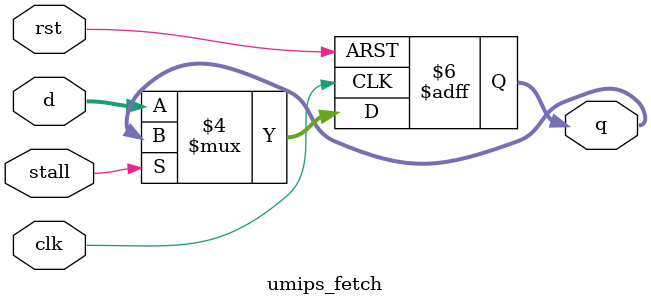
<source format=v>

module umips_fetch (
	input wire clk,
    input wire rst,
    input wire stall,
	input wire [31:0] d,
	output reg [31:0] q
);
    always @(posedge clk, negedge rst)
        if (rst == 0)
		    q <= 0;
        else if (stall == 0)
            q <= d;
endmodule

</source>
